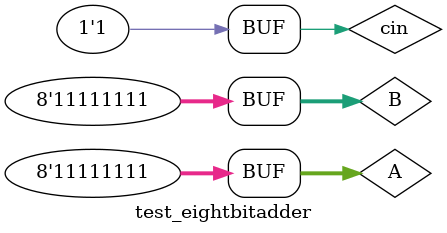
<source format=v>
/*
	test_eightbitadder: Make an 8-bit adder using two 4-bit adders.
	Dec 4th, 2020
	- H.B.
*/
module test_eightbitadder;

//Input registers
reg [7:0]A,B; 
reg cin;

//glue
wire c1;

//output wires
wire [7:0]S;
wire cout;

/*
	A7, A6, A5, A4, A3, A2, A1, A0
	Same for B...
*/
four_bit_adder FBA0(A[3:0], B[3:0], cin, S[3:0], c1);//LS
four_bit_adder FBA1(A[7:4], B[7:4], c1, S[7:4], cout);//MS

initial begin
	A=0; B=0; cin=0; #100;
	repeat(255) begin
		A = A + 1; #100;
		B = B + 1; #100;
		cin = ~cin; #100;
	end
end
endmodule

</source>
